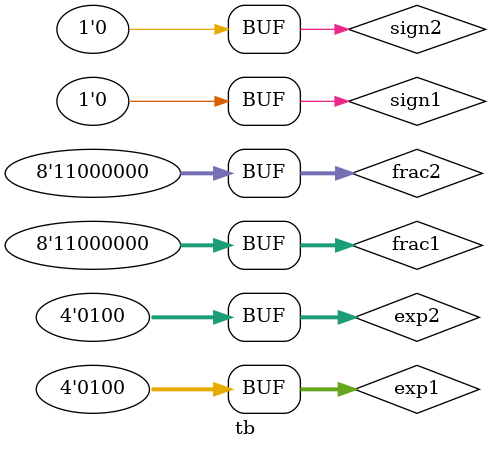
<source format=v>
module tb;
  reg sign1, sign2;
  reg [3:0] exp1, exp2;
  reg [7:0] frac1, frac2;
  wire gt;
  
  floatingpoint_grt_cir gt_cir(sign1, sign2, exp1, exp2, frac1, frac2, gt);
  
  initial begin
    $monitor("At time %t : sign1=%b, sign2=%b, exp1=%b, frac1=%b, exp2=%b, frac2=%b, gt=%b", $time, sign1, sign2, exp1, frac1, exp2, frac2, gt); 
    sign1 = 0; exp1 = 4'b0101; frac1 = 8'b1100_0000;
    sign2 = 0; exp2 = 4'b0101; frac2 = 8'b1010_0000;
    #10;
    sign1 = 1; exp1 = 4'b0101; frac1 = 8'b1100_0000;
    sign2 = 0; exp2 = 4'b0101; frac2 = 8'b1010_0000;
    #10;
    sign1 = 0; exp1 = 4'b0100; frac1 = 8'b1100_0000;
    sign2 = 1; exp2 = 4'b0100; frac2 = 8'b1000_0000;
    #10;
    sign1 = 0; exp1 = 4'b0100; frac1 = 8'b1100_0000;
    sign2 = 0; exp2 = 4'b0100; frac2 = 8'b1100_0000;
    #10;
  end
  initial begin
    $dumpfile("waves.vcd");
    $dumpvars;
  end
endmodule

</source>
